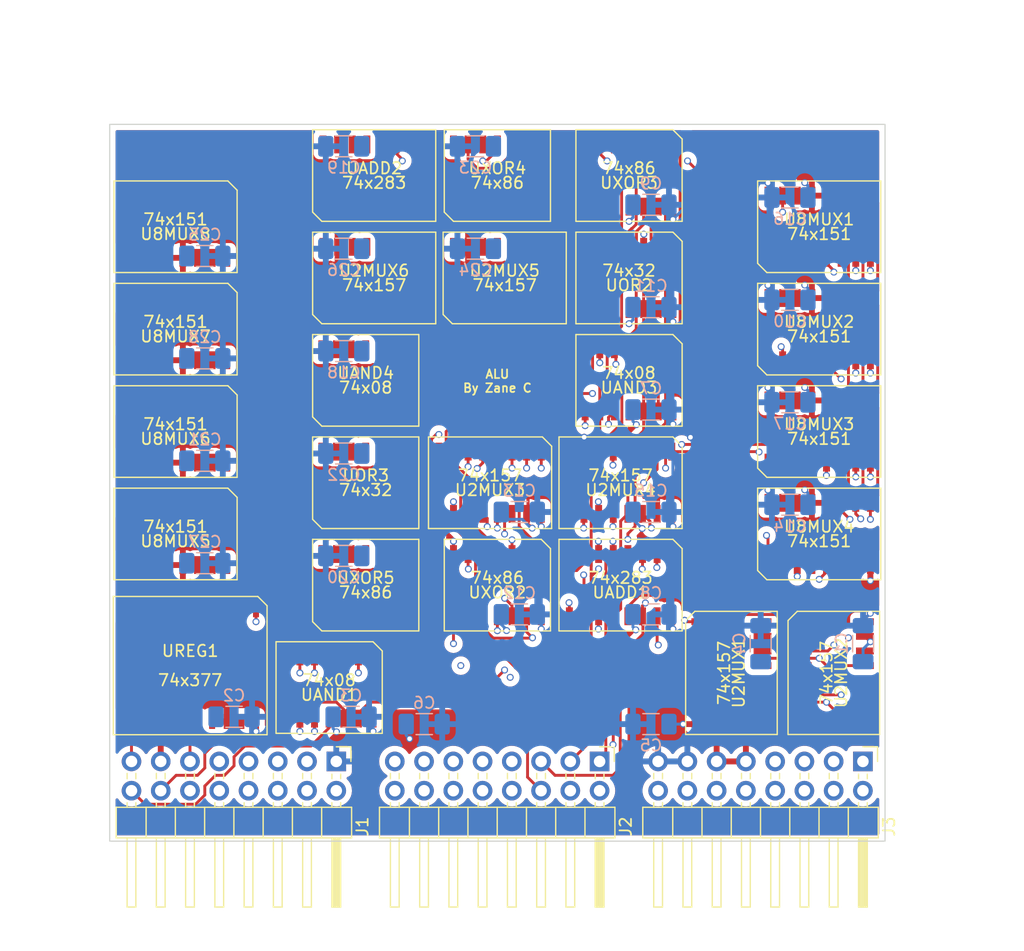
<source format=kicad_pcb>
(kicad_pcb (version 20211014) (generator pcbnew)
  (layers (0 "F.Cu" signal) (1 "In1.Cu" signal) (2 "In2.Cu" signal) (31 "B.Cu" signal) (34 "B.Paste" user) (35 "F.Paste" user) (36 "B.SilkS" user "B.Silkscreen") (37 "F.SilkS" user "F.Silkscreen") (38 "B.Mask" user) (39 "F.Mask" user) (44 "Edge.Cuts" user))
  (net 0 "")
  (net 1 "VCC")
  (net 2 "GND")
  (net 3 "/IN_ACC0")
  (net 4 "/IN_REGDATA0")
  (net 5 "/~{CARRY_WE}")
  (net 6 "/IN_REGDATA1")
  (net 7 "/IN_ACC2")
  (net 8 "/IN_REGDATA2")
  (net 9 "/IN_ACC3")
  (net 10 "/IN_REGDATA3")
  (net 12 "/IN_REGDATA4")
  (net 14 "/IN_REGDATA5")
  (net 16 "/IN_REGDATA6")
  (net 18 "/IN_REGDATA7")
  (net 19 "/IN_OPCODE0")
  (net 20 "/OUT_RESULT0")
  (net 21 "/IN_OPCODE1")
  (net 22 "/OUT_RESULT1")
  (net 24 "/OUT_RESULT2")
  (net 25 "/IN_OPCODE3")
  (net 26 "/OUT_RESULT3")
  (net 27 "/IN_IMMEDIATE0")
  (net 28 "/OUT_RESULT4")
  (net 29 "/IN_IMMEDIATE1")
  (net 30 "/OUT_RESULT5")
  (net 31 "/IN_IMMEDIATE2")
  (net 32 "/OUT_RESULT6")
  (net 33 "/IN_IMMEDIATE3")
  (net 34 "/OUT_RESULT7")
  (net 35 "/CLK")
  (net 36 "/OUT_CARRY")
  (net 37 "/OUT_RX_ID0")
  (net 38 "/OUT_RX_ID1")
  (net 39 "/OUT_RX_ID2")
  (net 40 "/OUT_RX_ID3")
  (net 41 "/lower/OPERANDB0")
  (net 42 "/lower/OP3_BIT0")
  (net 43 "/lower/OPERANDB1")
  (net 44 "/lower/OPERANDB2")
  (net 45 "/IN_ACC4")
  (net 46 "/lower/OPERANDB3")
  (net 47 "/lower/OP5_BIT0")
  (net 48 "/lower/OP0_BIT1")
  (net 49 "/lower/OP4_BIT0")
  (net 50 "/lower/OP0_BIT0")
  (net 51 "/lower/OP3_BIT1")
  (net 53 "/lower/OP0_BIT3")
  (net 54 "/lower/OP5_BIT1")
  (net 55 "/lower/OP0_BIT2")
  (net 56 "/lower/OP4_BIT1")
  (net 57 "/lower/OP3_BIT2")
  (net 58 "/lower/OP2_BIT0")
  (net 59 "/lower/OP5_BIT2")
  (net 61 "/lower/OP4_BIT2")
  (net 62 "/lower/OP3_BIT3")
  (net 63 "/lower/OP5_BIT3")
  (net 64 "/lower/OP4_BIT3")
  (net 65 "/lower/OP2_BIT1")
  (net 66 "/upper/OP4_BIT0")
  (net 68 "/upper/OP4_BIT1")
  (net 69 "/upper/OP4_BIT2")
  (net 70 "/upper/OP4_BIT3")
  (net 71 "/lower/OP2_BIT2")
  (net 72 "/upper/OP5_BIT0")
  (net 73 "Net-(UADD1-Pad2)")
  (net 74 "/upper/OP5_BIT1")
  (net 75 "/upper/OP5_BIT2")
  (net 76 "/upper/OP5_BIT3")
  (net 77 "/lower/OP2_BIT3")
  (net 78 "/upper/OP3_BIT0")
  (net 79 "Net-(UADD1-Pad6)")
  (net 80 "/upper/OP3_BIT1")
  (net 81 "/upper/OP3_BIT2")
  (net 82 "/IN_ACC1")
  (net 83 "/IN_ACC5")
  (net 84 "Net-(UADD1-Pad11)")
  (net 85 "/CHANGEOUT")
  (net 86 "Net-(UADD1-Pad15)")
  (net 87 "Net-(UADD2-Pad2)")
  (net 88 "Net-(UADD2-Pad6)")
  (net 89 "/SWAP_NIBBLES")
  (net 90 "/upper/CARRY_OUT")
  (net 91 "/PRESWAPPED0")
  (net 92 "/PRESWAPPED4")
  (net 93 "/PRESWAPPED1")
  (net 94 "/PRESWAPPED5")
  (net 95 "/PRESWAPPED6")
  (net 96 "/PRESWAPPED2")
  (net 97 "/PRESWAPPED7")
  (net 98 "/PRESWAPPED3")
  (net 99 "/upper/OP3_BIT3")
  (net 100 "Net-(UADD2-Pad11)")
  (net 101 "/IN_ACC6")
  (net 102 "/IN_ACC7")
  (net 103 "/IN_OPCODE2")
  (net 104 "/upper/OPERANDB0")
  (net 105 "Net-(UADD2-Pad15)")
  (net 106 "/upper/OPERANDB1")
  (net 107 "/upper/OPERANDB2")
  (net 108 "/upper/OPERANDB3")
  (net 109 "/upper/OP0_BIT1")
  (net 110 "/upper/OP0_BIT0")
  (net 111 "/upper/OP0_BIT3")
  (net 112 "/upper/OP0_BIT2")
  (net 113 "/upper/OP2_BIT0")
  (net 114 "/upper/OP2_BIT1")
  (net 115 "/upper/OP2_BIT2")
  (net 116 "/upper/OP2_BIT3")
  (net 117 "/CARRY_BETWEEN")
  (footprint "000custom:D_R-PDSO-G14" (layer "F.Cu") (at 107.95 124.46)
    (fp_text reference "UOR3")
    (fp_text value "74x32")
  )
  (footprint "000custom:D_R-PDSO-G16" (layer "F.Cu") (at 91.44 128.905 180)
    (fp_text reference "U8MUX5")
    (fp_text value "74x151")
  )
  (footprint "Connector_PinHeader_2.54mm:PinHeader_2x08_P2.54mm_Horizontal" (layer "F.Cu") (at 151.115 148.655 -90)
    (fp_text reference "J3")
    (fp_text value "connector_2x8")
  )
  (footprint "000custom:D_R-PDSO-G16" (layer "F.Cu") (at 118.745 124.46 180)
    (fp_text reference "U2MUX3")
    (fp_text value "74x157")
  )
  (footprint "000custom:ON-SOIC20-WB" (layer "F.Cu") (at 92.71 140.335 180)
    (fp_text reference "UREG1")
    (fp_text value "74x377")
  )
  (footprint "000custom:D_R-PDSO-G16" (layer "F.Cu") (at 91.44 111.125 180)
    (fp_text reference "U8MUX7")
    (fp_text value "74x151")
  )
  (footprint "000custom:D_R-PDSO-G16" (layer "F.Cu") (at 108.685 106.68)
    (fp_text reference "U2MUX6")
    (fp_text value "74x157")
  )
  (footprint "000custom:D_R-PDSO-G14" (layer "F.Cu") (at 130.81 115.57 180)
    (fp_text reference "UAND3")
    (fp_text value "74x08")
  )
  (footprint "Connector_PinHeader_2.54mm:PinHeader_2x08_P2.54mm_Horizontal" (layer "F.Cu") (at 105.395 148.655 -90)
    (fp_text reference "J1")
    (fp_text value "connector_2x8")
  )
  (footprint "000custom:D_R-PDSO-G16" (layer "F.Cu") (at 147.32 102.235)
    (fp_text reference "U8MUX1")
    (fp_text value "74x151")
  )
  (footprint "000custom:D_R-PDSO-G14" (layer "F.Cu") (at 107.95 133.35)
    (fp_text reference "UXOR5")
    (fp_text value "74x86")
  )
  (footprint "000custom:D_R-PDSO-G16" (layer "F.Cu") (at 130.075 133.35 180)
    (fp_text reference "UADD1")
    (fp_text value "74x283")
  )
  (footprint "000custom:D_R-PDSO-G16" (layer "F.Cu") (at 148.59 140.97 -90)
    (fp_text reference "U2MUX2")
    (fp_text value "74x157")
  )
  (footprint "000custom:D_R-PDSO-G16" (layer "F.Cu") (at 91.44 120.015 180)
    (fp_text reference "U8MUX6")
    (fp_text value "74x151")
  )
  (footprint "000custom:D_R-PDSO-G14" (layer "F.Cu") (at 130.81 106.68 180)
    (fp_text reference "UOR2")
    (fp_text value "74x32")
  )
  (footprint "Connector_PinHeader_2.54mm:PinHeader_2x08_P2.54mm_Horizontal" (layer "F.Cu") (at 128.255 148.655 -90)
    (fp_text reference "J2")
    (fp_text value "connector_2x8")
  )
  (footprint "000custom:D_R-PDSO-G14" (layer "F.Cu") (at 119.38 133.35 180)
    (fp_text reference "UXOR2")
    (fp_text value "74x86")
  )
  (footprint "000custom:D_R-PDSO-G16" (layer "F.Cu") (at 120.015 106.68)
    (fp_text reference "U2MUX5")
    (fp_text value "74x157")
  )
  (footprint "000custom:D_R-PDSO-G16" (layer "F.Cu") (at 139.7 140.97 -90)
    (fp_text reference "U2MUX1")
    (fp_text value "74x157")
  )
  (footprint "000custom:D_R-PDSO-G16" (layer "F.Cu") (at 147.32 128.905)
    (fp_text reference "U8MUX4")
    (fp_text value "74x151")
  )
  (footprint "000custom:D_R-PDSO-G16" (layer "F.Cu") (at 130.075 124.46 180)
    (fp_text reference "U2MUX4")
    (fp_text value "74x157")
  )
  (footprint "000custom:D_R-PDSO-G16" (layer "F.Cu") (at 147.32 111.125)
    (fp_text reference "U8MUX2")
    (fp_text value "74x151")
  )
  (footprint "000custom:D_R-PDSO-G14" (layer "F.Cu") (at 119.38 97.79)
    (fp_text reference "UXOR4")
    (fp_text value "74x86")
  )
  (footprint "000custom:D_R-PDSO-G14" (layer "F.Cu") (at 130.81 97.79 180)
    (fp_text reference "UXOR3")
    (fp_text value "74x86")
  )
  (footprint "000custom:D_R-PDSO-G14" (layer "F.Cu") (at 107.95 115.57)
    (fp_text reference "UAND4")
    (fp_text value "74x08")
  )
  (footprint "000custom:D_R-PDSO-G16" (layer "F.Cu") (at 108.685 97.79)
    (fp_text reference "UADD2")
    (fp_text value "74x283")
  )
  (footprint "000custom:D_R-PDSO-G16" (layer "F.Cu") (at 91.44 102.235 180)
    (fp_text reference "U8MUX8")
    (fp_text value "74x151")
  )
  (footprint "000custom:D_R-PDSO-G16" (layer "F.Cu") (at 147.32 120.015)
    (fp_text reference "U8MUX3")
    (fp_text value "74x151")
  )
  (footprint "000custom:D_R-PDSO-G14" (layer "F.Cu") (at 104.775 142.24 180)
    (fp_text reference "UAND1")
    (fp_text value "74x08")
  )
  (footprint "Capacitor_SMD:C_1206_3216Metric_Pad1.33x1.80mm_HandSolder" (layer "B.Cu") (at 93.98 104.775 180)
    (fp_text reference "C25")
    (fp_text value ".1uF")
  )
  (footprint "Capacitor_SMD:C_1206_3216Metric_Pad1.33x1.80mm_HandSolder" (layer "B.Cu") (at 93.98 131.445 180)
    (fp_text reference "C27")
    (fp_text value ".1uF")
  )
  (footprint "Capacitor_SMD:C_1206_3216Metric_Pad1.33x1.80mm_HandSolder" (layer "B.Cu") (at 144.78 126.365)
    (fp_text reference "C14")
    (fp_text value ".1uF")
  )
  (footprint "Capacitor_SMD:C_1206_3216Metric_Pad1.33x1.80mm_HandSolder" (layer "B.Cu") (at 117.475 95.25)
    (fp_text reference "C23")
    (fp_text value ".1uF")
  )
  (footprint "Capacitor_SMD:C_1206_3216Metric_Pad1.33x1.80mm_HandSolder" (layer "B.Cu") (at 132.715 145.415)
    (fp_text reference "C5")
    (fp_text value ".1uF")
  )
  (footprint "Capacitor_SMD:C_1206_3216Metric_Pad1.33x1.80mm_HandSolder" (layer "B.Cu") (at 121.285 135.89 180)
    (fp_text reference "C12")
    (fp_text value ".1uF")
  )
  (footprint "Capacitor_SMD:C_1206_3216Metric_Pad1.33x1.80mm_HandSolder" (layer "B.Cu") (at 93.98 113.665 180)
    (fp_text reference "C28")
    (fp_text value ".1uF")
  )
  (footprint "Capacitor_SMD:C_1206_3216Metric_Pad1.33x1.80mm_HandSolder" (layer "B.Cu") (at 132.715 109.22 180)
    (fp_text reference "C11")
    (fp_text value ".1uF")
  )
  (footprint "Capacitor_SMD:C_1206_3216Metric_Pad1.33x1.80mm_HandSolder" (layer "B.Cu") (at 117.475 104.14)
    (fp_text reference "C24")
    (fp_text value ".1uF")
  )
  (footprint "Capacitor_SMD:C_1206_3216Metric_Pad1.33x1.80mm_HandSolder" (layer "B.Cu") (at 106.68 144.78 180)
    (fp_text reference "C3")
    (fp_text value ".1uF")
  )
  (footprint "Capacitor_SMD:C_1206_3216Metric_Pad1.33x1.80mm_HandSolder" (layer "B.Cu") (at 106.045 113.03)
    (fp_text reference "C18")
    (fp_text value ".1uF")
  )
  (footprint "Capacitor_SMD:C_1206_3216Metric_Pad1.33x1.80mm_HandSolder" (layer "B.Cu") (at 142.24 138.43 -90)
    (fp_text reference "C4")
    (fp_text value ".1uF")
  )
  (footprint "Capacitor_SMD:C_1206_3216Metric_Pad1.33x1.80mm_HandSolder" (layer "B.Cu") (at 132.715 127 180)
    (fp_text reference "C15")
    (fp_text value ".1uF")
  )
  (footprint "Capacitor_SMD:C_1206_3216Metric_Pad1.33x1.80mm_HandSolder" (layer "B.Cu") (at 132.715 135.89 180)
    (fp_text reference "C8")
    (fp_text value ".1uF")
  )
  (footprint "Capacitor_SMD:C_1206_3216Metric_Pad1.33x1.80mm_HandSolder" (layer "B.Cu") (at 144.78 99.695)
    (fp_text reference "C16")
    (fp_text value ".1uF")
  )
  (footprint "Capacitor_SMD:C_1206_3216Metric_Pad1.33x1.80mm_HandSolder" (layer "B.Cu") (at 132.715 118.11 180)
    (fp_text reference "C7")
    (fp_text value ".1uF")
  )
  (footprint "Capacitor_SMD:C_1206_3216Metric_Pad1.33x1.80mm_HandSolder" (layer "B.Cu") (at 96.52 144.78 180)
    (fp_text reference "C2")
    (fp_text value ".1uF")
  )
  (footprint "Capacitor_SMD:C_1206_3216Metric_Pad1.33x1.80mm_HandSolder" (layer "B.Cu") (at 106.045 95.25)
    (fp_text reference "C19")
    (fp_text value ".1uF")
  )
  (footprint "Capacitor_SMD:C_1206_3216Metric_Pad1.33x1.80mm_HandSolder" (layer "B.Cu") (at 121.285 127 180)
    (fp_text reference "C13")
    (fp_text value ".1uF")
  )
  (footprint "Capacitor_SMD:C_1206_3216Metric_Pad1.33x1.80mm_HandSolder" (layer "B.Cu") (at 144.78 108.585)
    (fp_text reference "C10")
    (fp_text value ".1uF")
  )
  (footprint "Capacitor_SMD:C_1206_3216Metric_Pad1.33x1.80mm_HandSolder" (layer "B.Cu") (at 106.045 104.14)
    (fp_text reference "C26")
    (fp_text value ".1uF")
  )
  (footprint "Capacitor_SMD:C_1206_3216Metric_Pad1.33x1.80mm_HandSolder" (layer "B.Cu") (at 106.045 121.92)
    (fp_text reference "C22")
    (fp_text value ".1uF")
  )
  (footprint "Capacitor_SMD:C_1206_3216Metric_Pad1.33x1.80mm_HandSolder" (layer "B.Cu") (at 151.13 138.43 -90)
    (fp_text reference "C1")
    (fp_text value ".1uF")
  )
  (footprint "Capacitor_SMD:C_1206_3216Metric_Pad1.33x1.80mm_HandSolder" (layer "B.Cu") (at 113.03 145.415 180)
    (fp_text reference "C6")
    (fp_text value ".1uF")
  )
  (footprint "Capacitor_SMD:C_1206_3216Metric_Pad1.33x1.80mm_HandSolder" (layer "B.Cu") (at 132.715 100.33 180)
    (fp_text reference "C9")
    (fp_text value ".1uF")
  )
  (footprint "Capacitor_SMD:C_1206_3216Metric_Pad1.33x1.80mm_HandSolder" (layer "B.Cu") (at 106.045 130.81)
    (fp_text reference "C20")
    (fp_text value ".1uF")
  )
  (footprint "Capacitor_SMD:C_1206_3216Metric_Pad1.33x1.80mm_HandSolder" (layer "B.Cu") (at 93.98 122.555 180)
    (fp_text reference "C21")
    (fp_text value ".1uF")
  )
  (footprint "Capacitor_SMD:C_1206_3216Metric_Pad1.33x1.80mm_HandSolder" (layer "B.Cu") (at 144.78 117.475)
    (fp_text reference "C17")
    (fp_text value ".1uF")
  )
  (gr_rect (start 153.035 155.575) (end 85.725 93.345) (layer "Edge.Cuts") (width 0.1) (fill none))
  (gr_text "ALU\nBy Zane C\n\n\n" (at 119.38 116.84) (layer "F.SilkS") (effects (font (size 0.75 0.75))))
  (segment (start 142.875 107.315) (end 142.875 108.425) (width 0.25) (layer "F.Cu") (net 1))
  (segment (start 134.52 137.06) (end 134.62 137.16) (width 0.25) (layer "F.Cu") (net 1))
  (segment (start 134.62 128.27) (end 134.62 127.26) (width 0.25) (layer "F.Cu") (net 1))
  (segment (start 142.875 99.535) (end 142.875 98.425) (width 0.25) (layer "F.Cu") (net 1))
  (segment (start 134.62 127.26) (end 134.52 127.16) (width 0.25) (layer "F.Cu") (net 1))
  (segment (start 134.62 118.27) (end 134.62 119.38) (width 0.25) (layer "F.Cu") (net 1))
  (segment (start 134.52 136.05) (end 134.52 137.06) (width 0.25) (layer "F.Cu") (net 1))
  (segment (start 98.425 145.185) (end 98.425 146.05) (width 0.25) (layer "F.Cu") (net 1))
  (segment (start 151.7545 135.788568) (end 151.29 136.253068) (width 0.25) (layer "F.Cu") (net 1))
  (segment (start 134.62 109.38) (end 134.62 110.49) (width 0.25) (layer "F.Cu") (net 1))
  (segment (start 142.875 126.205) (end 142.875 125.095) (width 0.25) (layer "F.Cu") (net 1))
  (segment (start 123.19 128.27) (end 123.19 127.16) (width 0.25) (layer "F.Cu") (net 1))
  (segment (start 108.585 144.94) (end 108.585 146.05) (width 0.25) (layer "F.Cu") (net 1))
  (segment (start 142.875 117.315) (end 142.875 116.205) (width 0.25) (layer "F.Cu") (net 1))
  (segment (start 123.19 136.05) (end 123.19 137.16) (width 0.25) (layer "F.Cu") (net 1))
  (segment (start 134.62 100.49) (end 134.62 101.6) (width 0.25) (layer "F.Cu") (net 1))
  (segment (start 151.29 136.253068) (end 151.29 136.525) (width 0.25) (layer "F.Cu") (net 1))
  (via (at 134.62 101.6) (size 0.6) (drill 0.4) (layers "F.Cu" "B.Cu") (net 1))
  (via (at 151.7545 135.788568) (size 0.6) (drill 0.4) (layers "F.Cu" "B.Cu") (net 1))
  (via (at 108.585 146.05) (size 0.6) (drill 0.4) (layers "F.Cu" "B.Cu") (net 1))
  (via (at 134.62 119.38) (size 0.6) (drill 0.4) (layers "F.Cu" "B.Cu") (net 1))
  (via (at 142.875 125.095) (size 0.6) (drill 0.4) (layers "F.Cu" "B.Cu") (net 1))
  (via (at 123.19 128.27) (size 0.6) (drill 0.4) (layers "F.Cu" "B.Cu") (net 1))
  (via (at 142.875 107.315) (size 0.6) (drill 0.4) (layers "F.Cu" "B.Cu") (net 1))
  (via (at 134.62 110.49) (size 0.6) (drill 0.4) (layers "F.Cu" "B.Cu") (net 1))
  (via (at 142.875 98.425) (size 0.6) (drill 0.4) (layers "F.Cu" "B.Cu") (net 1))
  (via (at 98.425 146.05) (size 0.6) (drill 0.4) (layers "F.Cu" "B.Cu") (net 1))
  (via (at 142.875 116.205) (size 0.6) (drill 0.4) (layers "F.Cu" "B.Cu") (net 1))
  (via (at 123.19 137.16) (size 0.6) (drill 0.4) (layers "F.Cu" "B.Cu") (net 1))
  (via (at 134.62 128.27) (size 0.6) (drill 0.4) (layers "F.Cu" "B.Cu") (net 1))
  (via (at 134.62 137.16) (size 0.6) (drill 0.4) (layers "F.Cu" "B.Cu") (net 1))
  (segment (start 134.62 118.4525) (end 134.2775 118.11) (width 0.25) (layer "B.Cu") (net 1))
  (segment (start 142.875 125.095) (end 142.875 126.0225) (width 0.25) (layer "B.Cu") (net 1))
  (segment (start 151.7545 135.788568) (end 151.13 136.413068) (width 0.25) (layer "B.Cu") (net 1))
  (segment (start 142.875 126.0225) (end 143.2175 126.365) (width 0.25) (layer "B.Cu") (net 1))
  (segment (start 108.585 146.05) (end 108.585 145.1225) (width 0.25) (layer "B.Cu") (net 1))
  (segment (start 142.875 116.205) (end 142.875 125.095) (width 0.25) (layer "B.Cu") (net 1))
  (segment (start 108.585 145.1225) (end 108.2425 144.78) (width 0.25) (layer "B.Cu") (net 1))
  (segment (start 134.62 110.49) (end 134.62 101.6) (width 0.25) (layer "B.Cu") (net 1))
  (segment (start 151.13 136.413068) (end 151.13 136.8675) (width 0.25) (layer "B.Cu") (net 1))
  (segment (start 134.62 137.16) (end 134.62 136.2325) (width 0.25) (layer "B.Cu") (net 1))
  (segment (start 142.875 107.315) (end 142.875 116.205) (width 0.25) (layer "B.Cu") (net 1))
  (segment (start 123.19 137.16) (end 123.19 136.2325) (width 0.25) (layer "B.Cu") (net 1))
  (segment (start 134.62 119.38) (end 134.62 110.49) (width 0.25) (layer "B.Cu") (net 1))
  (segment (start 122.8475 127) (end 122.8475 127.9275) (width 0.25) (layer "B.Cu") (net 1))
  (segment (start 142.875 116.205) (end 142.875 117.1325) (width 0.25) (layer "B.Cu") (net 1))
  (segment (start 134.62 128.27) (end 134.62 119.38) (width 0.25) (layer "B.Cu") (net 1))
  (segment (start 134.2775 127) (end 134.2775 127.9275) (width 0.25) (layer "B.Cu") (net 1))
  (segment (start 134.62 109.5625) (end 134.62 110.49) (width 0.25) (layer "B.Cu") (net 1))
  (segment (start 134.62 137.16) (end 134.62 128.27) (width 0.25) (layer "B.Cu") (net 1))
  (segment (start 134.62 101.6) (end 134.62 100.6725) (width 0.25) (layer "B.Cu") (net 1))
  (segment (start 123.19 137.16) (end 123.19 128.27) (width 0.25) (layer "B.Cu") (net 1))
  (segment (start 134.62 100.6725) (end 134.2775 100.33) (width 0.25) (layer "B.Cu") (net 1))
  (segment (start 142.875 108.2425) (end 143.2175 108.585) (width 0.25) (layer "B.Cu") (net 1))
  (segment (start 122.8475 127.9275) (end 123.19 128.27) (width 0.25) (layer "B.Cu") (net 1))
  (segment (start 134.2775 127.9275) (end 134.62 128.27) (width 0.25) (layer "B.Cu") (net 1))
  (segment (start 134.62 101.6) (end 137.795 98.425) (width 0.25) (layer "B.Cu") (net 1))
  (segment (start 98.425 145.1225) (end 98.0825 144.78) (width 0.25) (layer "B.Cu") (net 1))
  (segment (start 137.795 98.425) (end 142.875 98.425) (width 0.25) (layer "B.Cu") (net 1))
  (segment (start 142.875 98.425) (end 142.875 107.315) (width 0.25) (layer "B.Cu") (net 1))
  (segment (start 142.875 98.425) (end 142.875 99.3525) (width 0.25) (layer "B.Cu") (net 1))
  (segment (start 123.19 136.2325) (end 122.8475 135.89) (width 0.25) (layer "B.Cu") (net 1))
  (segment (start 142.875 99.3525) (end 143.2175 99.695) (width 0.25) (layer "B.Cu") (net 1))
  (segment (start 142.875 107.315) (end 142.875 108.2425) (width 0.25) (layer "B.Cu") (net 1))
  (segment (start 142.875 117.1325) (end 143.2175 117.475) (width 0.25) (layer "B.Cu") (net 1))
  (segment (start 98.425 146.05) (end 98.425 145.1225) (width 0.25) (layer "B.Cu") (net 1))
  (segment (start 134.62 136.2325) (end 134.2775 135.89) (width 0.25) (layer "B.Cu") (net 1))
  (segment (start 134.62 119.38) (end 134.62 118.4525) (width 0.25) (layer "B.Cu") (net 1))
  (segment (start 134.2775 109.22) (end 134.62 109.5625) (width 0.25) (layer "B.Cu") (net 1))
  (segment (start 150.495 131.605) (end 151.765 131.605) (width 0.25) (layer "F.Cu") (net 2))
  (segment (start 151.765 104.935) (end 151.765 106.045) (width 0.25) (layer "F.Cu") (net 2))
  (segment (start 121.92 127.16) (end 121.92 127.920062) (width 0.25) (layer "F.Cu") (net 2))
  (segment (start 146.685 126.205) (end 146.685 125.693598) (width 0.25) (layer "F.Cu") (net 2))
  (segment (start 151.765 132.969) (end 151.765 131.605) (width 0.25) (layer "F.Cu") (net 2))
  (segment (start 151.765 122.715) (end 151.765 123.952) (width 0.25) (layer "F.Cu") (net 2))
  (segment (start 150.495 113.825) (end 150.495 114.935) (width 0.25) (layer "F.Cu") (net 2))
  (segment (start 115.57 130.65) (end 115.57 129.54) (width 0.25) (layer "F.Cu") (net 2))
  (segment (start 150.495 104.935) (end 150.495 106.045) (width 0.25) (layer "F.Cu") (net 2))
  (segment (start 147.955 108.425) (end 146.685 108.425) (width 0.25) (layer "F.Cu") (net 2))
  (segment (start 146.685 99.023598) (end 146.068201 98.406799) (width 0.25) (layer "F.Cu") (net 2))
  (segment (start 146.685 125.693598) (end 146.068201 125.076799) (width 0.25) (layer "F.Cu") (net 2))
  (segment (start 147.955 126.205) (end 146.685 126.205) (width 0.25) (layer "F.Cu") (net 2))
  (segment (start 121.92 127.920062) (end 122.401375 128.401437) (width 0.25) (layer "F.Cu") (net 2))
  (segment (start 151.765 138.265498) (end 151.760498 138.265498) (width 0.25) (layer "F.Cu") (net 2))
  (segment (start 146.685 99.535) (end 146.685 99.023598) (width 0.25) (layer "F.Cu") (net 2))
  (segment (start 147.955 99.535) (end 146.685 99.535) (width 0.25) (layer "F.Cu") (net 2))
  (segment (start 150.495 122.715) (end 150.495 123.952) (width 0.25) (layer "F.Cu") (net 2))
  (segment (start 151.760498 138.265498) (end 151.29 137.795) (width 0.25) (layer "F.Cu") (net 2))
  (segment (start 151.765 113.825) (end 151.765 114.935) (width 0.25) (layer "F.Cu") (net 2))
  (via (at 146.068201 107.296799) (size 0.6) (drill 0.4) (layers "F.Cu" "B.Cu") (net 2))
  (via (at 120.179445 137.294481) (size 0.6) (drill 0.4) (layers "F.Cu" "B.Cu") (net 2))
  (via (at 151.765 123.952) (size 0.6) (drill 0.4) (layers "F.Cu" "B.Cu") (net 2))
  (via (at 151.765 114.935) (size 0.6) (drill 0.4) (layers "F.Cu" "B.Cu") (net 2))
  (via (at 151.765 138.265498) (size 0.6) (drill 0.4) (layers "F.Cu" "B.Cu") (net 2))
  (via (at 130.81 110.654502) (size 0.6) (drill 0.4) (layers "F.Cu" "B.Cu") (net 2))
  (via (at 150.495 123.952) (size 0.6) (drill 0.4) (layers "F.Cu" "B.Cu") (net 2))
  (via (at 150.495 106.045) (size 0.6) (drill 0.4) (layers "F.Cu" "B.Cu") (net 2))
  (via (at 130.81 101.764502) (size 0.6) (drill 0.4) (layers "F.Cu" "B.Cu") (net 2))
  (via (at 146.068201 116.186799) (size 0.6) (drill 0.4) (layers "F.Cu" "B.Cu") (net 2))
  (via (at 131.393145 137.233921) (size 0.6) (drill 0.4) (layers "F.Cu" "B.Cu") (net 2))
  (via (at 131.443519 119.416842) (size 0.6) (drill 0.4) (layers "F.Cu" "B.Cu") (net 2))
  (via (at 146.068201 125.076799) (size 0.6) (drill 0.4) (layers "F.Cu" "B.Cu") (net 2))
  (via (at 151.765 106.045) (size 0.6) (drill 0.4) (layers "F.Cu" "B.Cu") (net 2))
  (via (at 151.765 132.969) (size 0.6) (drill 0.4) (layers "F.Cu" "B.Cu") (net 2))
  (via (at 150.495 114.935) (size 0.6) (drill 0.4) (layers "F.Cu" "B.Cu") (net 2))
  (via (at 105.411481 146.086842) (size 0.6) (drill 0.4) (layers "F.Cu" "B.Cu") (net 2))
  (via (at 111.76 146.685) (size 0.6) (drill 0.4) (layers "F.Cu" "B.Cu") (net 2))
  (via (at 115.57 129.54) (size 0.6) (drill 0.4) (layers "F.Cu" "B.Cu") (net 2))
  (via (at 135.509 145.415) (size 0.6) (drill 0.4) (layers "F.Cu" "B.Cu") (net 2))
  (via (at 146.068201 98.406799) (size 0.6) (drill 0.4) (layers "F.Cu" "B.Cu") (net 2))
  (via (at 131.953 128.434502) (size 0.6) (drill 0.4) (layers "F.Cu" "B.Cu") (net 2))
  (via (at 122.401375 128.401437) (size 0.6) (drill 0.4) (layers "F.Cu" "B.Cu") (net 2))
  (segment (start 146.3425 108.585) (end 146.3425 107.571098) (width 0.25) (layer "B.Cu") (net 2))
  (segment (start 146.3425 116.461098) (end 146.068201 116.186799) (width 0.25) (layer "B.Cu") (net 2))
  (segment (start 120.005 137.120036) (end 120.005 137.045206) (width 0.25) (layer "B.Cu") (net 2))
  (segment (start 131.1525 127.634002) (end 131.1525 127) (width 0.25) (layer "B.Cu") (net 2))
  (segment (start 111.4675 146.3925) (end 111.76 146.685) (width 0.25) (layer "B.Cu") (net 2))
  (segment (start 111.4675 145.415) (end 111.4675 146.3925) (width 0.25) (layer "B.Cu") (net 2))
  (segment (start 131.1525 136.993276) (end 131.393145 137.233921) (width 0.25) (layer "B.Cu") (net 2))
  (segment (start 151.13 138.900498) (end 151.13 139.9925) (width 0.25) (layer "B.Cu") (net 2))
  (segment (start 146.3425 98.681098) (end 146.068201 98.406799) (width 0.25) (layer "B.Cu") (net 2))
  (segment (start 131.1525 110.312002) (end 131.1525 109.22) (width 0.25) (layer "B.Cu") (net 2))
  (segment (start 134.2775 145.415) (end 135.509 145.415) (width 0.25) (layer "B.Cu") (net 2))
  (segment (start 122.401375 128.401437) (end 122.305437 128.401437) (width 0.25) (layer "B.Cu") (net 2))
  (segment (start 122.305437 128.401437) (end 121.539 127.635) (width 0.25) (layer "B.Cu") (net 2))
  (segment (start 131.1525 119.125823) (end 131.443519 119.416842) (width 0.25) (layer "B.Cu") (net 2))
  (segment (start 130.81 110.654502) (end 131.1525 110.312002) (width 0.25) (layer "B.Cu") (net 2))
  (segment (start 120.3575 127.635) (end 119.7225 127) (width 0.25) (layer "B.Cu") (net 2))
  (segment (start 146.3425 107.571098) (end 146.068201 107.296799) (width 0.25) (layer "B.Cu") (net 2))
  (segment (start 120.005 137.045206) (end 119.7225 136.762706) (width 0.25) (layer "B.Cu") (net 2))
  (segment (start 146.3425 126.365) (end 146.3425 125.351098) (width 0.25) (layer "B.Cu") (net 2))
  (segment (start 146.3425 125.351098) (end 146.068201 125.076799) (width 0.25) (layer "B.Cu") (net 2))
  (segment (start 105.1175 145.792861) (end 105.411481 146.086842) (width 0.25) (layer "B.Cu") (net 2))
  (segment (start 131.953 128.434502) (end 131.1525 127.634002) (width 0.25) (layer "B.Cu") (net 2))
  (segment (start 146.3425 117.475) (end 146.3425 116.461098) (width 0.25) (layer "B.Cu") (net 2))
  (segment (start 131.1525 135.89) (end 131.1525 136.993276) (width 0.25) (layer "B.Cu") (net 2))
  (segment (start 121.539 127.635) (end 120.3575 127.635) (width 0.25) (layer "B.Cu") (net 2))
  (segment (start 120.179445 137.294481) (end 120.005 137.120036) (width 0.25) (layer "B.Cu") (net 2))
  (segment (start 146.3425 99.695) (end 146.3425 98.681098) (width 0.25) (layer "B.Cu") (net 2))
  (segment (start 131.1525 118.11) (end 131.1525 119.125823) (width 0.25) (layer "B.Cu") (net 2))
  (segment (start 105.1175 144.78) (end 105.1175 145.792861) (width 0.25) (layer "B.Cu") (net 2))
  (segment (start 151.765 138.265498) (end 151.13 138.900498) (width 0.25) (layer "B.Cu") (net 2))
  (segment (start 131.1525 101.422002) (end 131.1525 100.33) (width 0.25) (layer "B.Cu") (net 2))
  (segment (start 130.81 101.764502) (end 131.1525 101.422002) (width 0.25) (layer "B.Cu") (net 2))
  (segment (start 119.7225 136.762706) (end 119.7225 135.89) (width 0.25) (layer "B.Cu") (net 2))
  (segment (start 135.245 103.355) (end 134.62 103.98) (width 0.25) (layer "F.Cu") (net 3))
  (segment (start 130.7095 128.8855) (end 131.335 128.26) (width 0.25) (layer "F.Cu") (net 3))
  (segment (start 135.245 95.715) (end 135.245 103.355) (width 0.25) (layer "F.Cu") (net 3))
  (segment (start 129.44 130.65) (end 128.795 131.295) (width 0.25) (layer "F.Cu") (net 3))
  (segment (start 131.98 123.29) (end 131.98 121.76) (width 0.25) (layer "F.Cu") (net 3))
  (segment (start 134.62 112.87) (end 134.62 115.189) (width 0.25) (layer "F.Cu") (net 3))
  (segment (start 133.985 119.28) (end 131.98 121.285) (width 0.25) (layer "F.Cu") (net 3))
  (segment (start 135.245 112.245) (end 134.62 112.87) (width 0.25) (layer "F.Cu") (net 3))
  (segment (start 134.62 115.189) (end 133.985 115.824) (width 0.25) (layer "F.Cu") (net 3))
  (segment (start 133.985 115.824) (end 133.985 119.28) (width 0.25) (layer "F.Cu") (net 3))
  (segment (start 131.335 128.26) (end 131.335 123.935) (width 0.25) (layer "F.Cu") (net 3))
  (segment (start 130.7095 129.375498) (end 130.7095 128.8855) (width 0.25) (layer "F.Cu") (net 3))
  (segment (start 134.62 95.09) (end 135.245 95.715) (width 0.25) (layer "F.Cu") (net 3))
  (segment (start 128.795 148.115) (end 128.255 148.655) (width 0.25) (layer "F.Cu") (net 3))
  (segment (start 134.62 103.98) (end 135.245 104.605) (width 0.25) (layer "F.Cu") (net 3))
  (segment (start 131.335 123.935) (end 131.98 123.29) (width 0.25) (layer "F.Cu") (net 3))
  (segment (start 129.44 129.567) (end 129.44 130.65) (width 0.25) (layer "F.Cu") (net 3))
  (segment (start 129.413 129.54) (end 129.44 129.567) (width 0.25) (layer "F.Cu") (net 3))
  (segment (start 131.98 121.285) (end 131.98 121.76) (width 0.25) (layer "F.Cu") (net 3))
  (segment (start 128.795 131.295) (end 128.795 148.115) (width 0.25) (layer "F.Cu") (net 3))
  (segment (start 135.245 104.605) (end 135.245 112.245) (width 0.25) (layer "F.Cu") (net 3))
  (via (at 130.7095 129.375498) (size 0.6) (drill 0.4) (layers "F.Cu" "B.Cu") (net 3))
  (via (at 129.413 129.54) (size 0.6) (drill 0.4) (layers "F.Cu" "B.Cu") (net 3))
  (segment (start 120.65 121.76) (end 120.65 123.19) (width 0.25) (layer "F.Cu") (net 4))
  (segment (start 133.25 123.29) (end 133.25 121.76) (width 0.25) (layer "F.Cu") (net 4))
  (segment (start 132.08 124.46) (end 133.25 123.29) (width 0.25) (layer "F.Cu") (net 4))
  (via (at 120.65 123.19) (size 0.6) (drill 0.4) (layers "F.Cu" "B.Cu") (net 4))
  (via (at 132.08 124.46) (size 0.6) (drill 0.4) (layers "F.Cu" "B.Cu") (net 4))
  (segment (start 98.425 136.525) (end 98.425 135.485) (width 0.25) (layer "F.Cu") (net 5))
  (via (at 98.425 136.525) (size 0.6) (drill 0.4) (layers "F.Cu" "B.Cu") (net 5))
  (segment (start 116.84 121.76) (end 116.84 123.063) (width 0.25) (layer "F.Cu") (net 6))
  (segment (start 129.413 121.787) (end 129.44 121.76) (width 0.25) (layer "F.Cu") (net 6))
  (segment (start 129.413 122.936) (end 129.413 121.787) (width 0.25) (layer "F.Cu") (net 6))
  (via (at 116.84 123.063) (size 0.6) (drill 0.4) (layers "F.Cu" "B.Cu") (net 6))
  (via (at 129.413 122.936) (size 0.6) (drill 0.4) (layers "F.Cu" "B.Cu") (net 6))
  (segment (start 127.525 123.933604) (end 127.525 120.633) (width 0.25) (layer "F.Cu") (net 7))
  (segment (start 128.27 109.38) (end 127.645 110.005) (width 0.25) (layer "F.Cu") (net 7))
  (segment (start 132.018145 137.602855) (end 130.048 139.573) (width 0.25) (layer "F.Cu") (net 7))
  (segment (start 126.9 124.558604) (end 127.525 123.933604) (width 0.25) (layer "F.Cu") (net 7))
  (segment (start 128.27 116.078) (end 128.27 118.27) (width 0.25) (layer "F.Cu") (net 7))
  (segment (start 130.048 149.225) (end 129.413 149.86) (width 0.25) (layer "F.Cu") (net 7))
  (segment (start 128.27 119.888) (end 128.27 118.27) (width 0.25) (layer "F.Cu") (net 7))
  (segment (start 130.048 139.573) (end 130.048 149.225) (width 0.25) (layer "F.Cu") (net 7))
  (segment (start 132.018145 136.844145) (end 132.018145 137.602855) (width 0.25) (layer "F.Cu") (net 7))
  (segment (start 127.645 101.115) (end 127.645 108.755) (width 0.25) (layer "F.Cu") (net 7))
  (segment (start 127.525 120.633) (end 128.27 119.888) (width 0.25) (layer "F.Cu") (net 7))
  (segment (start 132.231164 134.896522) (end 131.98 135.147686) (width 0.25) (layer "F.Cu") (net 7))
  (segment (start 126.9 127.16) (end 126.9 124.558604) (width 0.25) (layer "F.Cu") (net 7))
  (segment (start 128.27 100.49) (end 127.645 101.115) (width 0.25) (layer "F.Cu") (net 7))
  (segment (start 127.645 108.755) (end 128.27 109.38) (width 0.25) (layer "F.Cu") (net 7))
  (segment (start 131.98 136.05) (end 131.98 136.806) (width 0.25) (layer "F.Cu") (net 7))
  (segment (start 129.413 149.86) (end 124.38 149.86) (width 0.25) (layer "F.Cu") (net 7))
  (segment (start 124.38 149.86) (end 123.175 148.655) (width 0.25) (layer "F.Cu") (net 7))
  (segment (start 131.98 136.806) (end 132.018145 136.844145) (width 0.25) (layer "F.Cu") (net 7))
  (segment (start 131.98 135.147686) (end 131.98 136.05) (width 0.25) (layer "F.Cu") (net 7))
  (segment (start 126.873 128.397) (end 126.873 127.187) (width 0.25) (layer "F.Cu") (net 7))
  (segment (start 127.645 110.005) (end 127.645 115.453) (width 0.25) (layer "F.Cu") (net 7))
  (segment (start 126.873 127.187) (end 126.9 127.16) (width 0.25) (layer "F.Cu") (net 7))
  (segment (start 127.645 115.453) (end 128.27 116.078) (width 0.25) (layer "F.Cu") (net 7))
  (via (at 126.873 128.397) (size 0.6) (drill 0.4) (layers "F.Cu" "B.Cu") (net 7))
  (via (at 132.231164 134.896522) (size 0.6) (drill 0.4) (layers "F.Cu" "B.Cu") (net 7))
  (segment (start 117.161604 129.355) (end 117.485 129.678396) (width 0.25) (layer "F.Cu") (net 8))
  (segment (start 116.653604 129.355) (end 117.161604 129.355) (width 0.25) (layer "F.Cu") (net 8))
  (segment (start 115.57 127.16) (end 115.57 128.271396) (width 0.25) (layer "F.Cu") (net 8))
  (segment (start 117.485 129.678396) (end 117.485 137.044396) (width 0.25) (layer "F.Cu") (net 8))
  (segment (start 128.17 127.16) (end 128.17 126.1315) (width 0.25) (layer "F.Cu") (net 8))
  (segment (start 118.841502 138.399502) (end 122 141.558) (width 0.25) (layer "F.Cu") (net 8))
  (segment (start 118.840106 138.399502) (end 118.841502 138.399502) (width 0.25) (layer "F.Cu") (net 8))
  (segment (start 122 150.02) (end 123.175 151.195) (width 0.25) (layer "F.Cu") (net 8))
  (segment (start 115.57 128.271396) (end 116.653604 129.355) (width 0.25) (layer "F.Cu") (net 8))
  (segment (start 115.57 126.111) (end 115.57 127.16) (width 0.25) (layer "F.Cu") (net 8))
  (segment (start 122 141.558) (end 122 150.02) (width 0.25) (layer "F.Cu") (net 8))
  (segment (start 117.485 137.044396) (end 118.840106 138.399502) (width 0.25) (layer "F.Cu") (net 8))
  (segment (start 128.17 126.1315) (end 128.1495 126.111) (width 0.25) (layer "F.Cu") (net 8))
  (via (at 115.57 126.111) (size 0.6) (drill 0.4) (layers "F.Cu" "B.Cu") (net 8))
  (via (at 128.1495 126.111) (size 0.6) (drill 0.4) (layers "F.Cu" "B.Cu") (net 8))
  (segment (start 132.08 118.27) (end 132.08 119.935) (width 0.25) (layer "F.Cu") (net 9))
  (segment (start 130.71 127.16) (end 130.085 127.785) (width 0.25) (layer "F.Cu") (net 9))
  (segment (start 131.445 111.78) (end 131.445 115.062) (width 0.25) (layer "F.Cu") (net 9))
  (segment (start 129.44 147.1725) (end 129.44 136.05) (width 0.25) (layer "F.Cu") (net 9))
  (segment (start 131.355 123.278604) (end 130.71 123.923604) (width 0.25) (layer "F.Cu") (net 9))
  (segment (start 132.08 106.281104) (end 132.08 109.38) (width 0.25) (layer "F.Cu") (net 9))
  (segment (start 132.08 111.145) (end 131.445 111.78) (width 0.25) (layer "F.Cu") (net 9))
  (segment (start 130.085 135.405) (end 129.44 136.05) (width 0.25) (layer "F.Cu") (net 9))
  (segment (start 130.71 123.923604) (end 130.71 127.16) (width 0.25) (layer "F.Cu") (net 9))
  (segment (start 132.08 100.49) (end 132.08 102.014782) (width 0.25) (layer "F.Cu") (net 9))
  (segment (start 131.445 115.062) (end 132.08 115.697) (width 0.25) (layer "F.Cu") (net 9))
  (segment (start 131.455 105.656104) (end 132.08 106.281104) (width 0.25) (layer "F.Cu") (net 9))
  (segment (start 130.085 127.785) (end 130.085 135.405) (width 0.25) (layer "F.Cu") (net 9))
  (segment (start 132.08 109.38) (end 132.08 111.145) (width 0.25) (layer "F.Cu") (net 9))
  (segment (start 132.08 119.935) (end 131.355 120.66) (width 0.25) (layer "F.Cu") (net 9))
  (segment (start 132.08 102.014782) (end 131.455 102.639782) (width 0.25) (layer "F.Cu") (net 9))
  (segment (start 131.355 120.66) (end 131.355 123.278604) (width 0.25) (layer "F.Cu") (net 9))
  (segment (start 131.455 102.639782) (end 131.455 105.656104) (width 0.25) (layer "F.Cu") (net 9))
  (segment (start 129.4195 147.193) (end 129.44 147.1725) (width 0.25) (layer "F.Cu") (net 9))
  (segment (start 132.08 115.697) (end 132.08 118.27) (width 0.25) (layer "F.Cu") (net 9))
  (via (at 129.4195 147.193) (size 0.6) (drill 0.4) (layers "F.Cu" "B.Cu") (net 9))
  (segment (start 132.625 128.266901) (end 132.625 127.805) (width 0.25) (layer "F.Cu") (net 10))
  (segment (start 132.625 127.805) (end 131.98 127.16) (width 0.25) (layer "F.Cu") (net 10))
  (segment (start 119.38 127.16) (end 119.38 128.3995) (width 0.25) (layer "F.Cu") (net 10))
  (segment (start 132.75144 128.393341) (end 132.625 128.266901) (width 0.25) (layer "F.Cu") (net 10))
  (via (at 119.38 128.3995) (size 0.6) (drill 0.4) (layers "F.Cu" "B.Cu") (net 10))
  (via (at 132.75144 128.393341) (size 0.6) (drill 0.4) (layers "F.Cu" "B.Cu") (net 10))
  (segment (start 142.070463 121.76) (end 134.52 121.76) (width 0.25) (layer "F.Cu") (net 19))
  (segment (start 142.099012 121.788549) (end 142.070463 121.76) (width 0.25) (layer "F.Cu") (net 19))
  (segment (start 133.985 122.295) (end 134.52 121.76) (width 0.25) (layer "F.Cu") (net 19))
  (segment (start 133.985 123.19) (end 133.985 122.295) (width 0.25) (layer "F.Cu") (net 19))
  (segment (start 123.19 121.76) (end 123.19 123.19) (width 0.25) (layer "F.Cu") (net 19))
  (via (at 123.19 123.19) (size 0.6) (drill 0.4) (layers "F.Cu" "B.Cu") (net 19))
  (via (at 142.099012 121.788549) (size 0.6) (drill 0.4) (layers "F.Cu" "B.Cu") (net 19))
  (via (at 133.985 123.19) (size 0.6) (drill 0.4) (layers "F.Cu" "B.Cu") (net 19))
  (segment (start 149.86 107.79) (end 149.225 108.425) (width 0.25) (layer "F.Cu") (net 21))
  (segment (start 119.695 99.06) (end 120.65 100.015) (width 0.25) (layer "F.Cu") (net 21))
  (segment (start 116.84 128.905) (end 117.348 128.905) (width 0.25) (layer "F.Cu") (net 21))
  (segment (start 121.92 130.65) (end 121.92 131.125) (width 0.25) (layer "F.Cu") (net 21))
  (segment (start 121.295 131.75) (end 118.755 131.75) (width 0.25) (layer "F.Cu") (net 21))
  (segment (start 117.348 128.905) (end 118.11 129.667) (width 0.25) (layer "F.Cu") (net 21))
  (segment (start 116.84 100.015) (end 117.795 99.06) (width 0.25) (layer "F.Cu") (net 21))
  (segment (start 126.275 132.08) (end 126.9 131.455) (width 0.25) (layer "F.Cu") (net 21))
  (segment (start 118.11 136.05) (end 118.11 135.575) (width 0.25) (layer "F.Cu") (net 21))
  (segment (start 118.755 131.75) (end 118.11 131.105) (width 0.25) (layer "F.Cu") (net 21))
  (segment (start 149.225 117.315) (end 149.86 117.95) (width 0.25) (layer "F.Cu") (net 21))
  (segment (start 118.11 136.05) (end 118.11 130.65) (width 0.25) (layer "F.Cu") (net 21))
  (segment (start 118.11 137.033) (end 118.11 136.05) (width 0.25) (layer "F.Cu") (net 21))
  (segment (start 116.84 95.09) (end 116.84 96.36) (width 0.25) (layer "F.Cu") (net 21))
  (segment (start 118.11 129.667) (end 118.11 130.65) (width 0.25) (layer "F.Cu") (net 21))
  (segment (start 120.65 100.015) (end 120.65 100.49) (width 0.25) (layer "F.Cu") (net 21))
  (segment (start 117.635 97.155) (end 119.38 97.155) (width 0.25) (layer "F.Cu") (net 21))
  (segment (start 122.428 137.922) (end 122.400498 137.949502) (width 0.25) (layer "F.Cu") (net 21))
  (segment (start 122.428 137.922) (end 121.92 137.414) (width 0.25) (layer "F.Cu") (net 21))
  (segment (start 116.84 96.36) (end 117.635 97.155) (width 0.25) (layer "F.Cu") (net 21))
  (segment (start 120.65 95.885) (end 120.65 95.09) (width 0.25) (layer "F.Cu") (net 21))
  (segment (start 149.225 108.425) (end 149.86 109.06) (width 0.25) (layer "F.Cu") (net 21))
  (segment (start 149.225 99.535) (end 149.86 100.17) (width 0.25) (layer "F.Cu") (net 21))
  (segment (start 117.795 99.06) (end 119.695 99.06) (width 0.25) (layer "F.Cu") (net 21))
  (segment (start 149.86 100.17) (end 149.86 107.79) (width 0.25) (layer "F.Cu") (net 21))
  (segment (start 126.9 131.455) (end 126.9 130.65) (width 0.25) (layer "F.Cu") (net 21))
  (segment (start 121.92 131.125) (end 121.295 131.75) (width 0.25) (layer "F.Cu") (net 21))
  (segment (start 149.86 125.57) (end 149.225 126.205) (width 0.25) (layer "F.Cu") (net 21))
  (segment (start 116.195 123.943396) (end 114.935 122.683396) (width 0.25) (layer "F.Cu") (net 21))
  (segment (start 149.86 117.95) (end 149.86 125.57) (width 0.25) (layer "F.Cu") (net 21))
  (segment (start 114.935 120.015) (end 116.84 118.11) (width 0.25) (layer "F.Cu") (net 21))
  (segment (start 121.92 131.125) (end 122.875 132.08) (width 0.25) (layer "F.Cu") (net 21))
  (segment (start 116.84 128.905) (end 116.195 128.26) (width 0.25) (layer "F.Cu") (net 21))
  (segment (start 149.987 127.635) (end 149.225 126.873) (width 0.25) (layer "F.Cu") (net 21))
  (segment (start 122.400498 137.949502) (end 119.026502 137.949502) (width 0.25) (layer "F.Cu") (net 21))
  (segment (start 149.225 126.873) (end 149.225 126.205) (width 0.25) (layer "F.Cu") (net 21))
  (segment (start 149.86 109.06) (end 149.86 116.68) (width 0.25) (layer "F.Cu") (net 21))
  (segment (start 119.38 97.155) (end 120.65 95.885) (width 0.25) (layer "F.Cu") (net 21))
  (segment (start 116.195 128.26) (end 116.195 123.943396) (width 0.25) (layer "F.Cu") (net 21))
  (segment (start 149.86 116.68) (end 149.225 117.315) (width 0.25) (layer "F.Cu") (net 21))
  (segment (start 116.84 100.49) (end 116.84 100.015) (width 0.25) (layer "F.Cu") (net 21))
  (segment (start 114.935 122.683396) (end 114.935 120.015) (width 0.25) (layer "F.Cu") (net 21))
  (segment (start 118.11 131.105) (end 118.11 130.65) (width 0.25) (layer "F.Cu") (net 21))
  (segment (start 121.92 137.414) (end 121.92 136.05) (width 0.25) (layer "F.Cu") (net 21))
  (segment (start 119.026502 137.949502) (end 118.11 137.033) (width 0.25) (layer "F.Cu") (net 21))
  (segment (start 122.875 132.08) (end 126.275 132.08) (width 0.25) (layer "F.Cu") (net 21))
  (via (at 149.987 127.635) (size 0.6) (drill 0.4) (layers "F.Cu" "B.Cu") (net 21))
  (via (at 122.428 137.922) (size 0.6) (drill 0.4) (layers "F.Cu" "B.Cu") (net 21))
  (via (at 149.86 137.922) (size 0.6) (drill 0.4) (layers "F.Cu" "B.Cu") (net 21))
  (segment (start 152.4 107.79) (end 151.765 108.425) (width 0.25) (layer "F.Cu") (net 25))
  (segment (start 152.4 125.57) (end 151.765 126.205) (width 0.25) (layer "F.Cu") (net 25))
  (segment (start 152.4 109.06) (end 152.4 116.68) (width 0.25) (layer "F.Cu") (net 25))
  (segment (start 152.4 116.68) (end 151.765 117.315) (width 0.25) (layer "F.Cu") (net 25))
  (segment (start 152.4 117.95) (end 152.4 125.57) (width 0.25) (layer "F.Cu") (net 25))
  (segment (start 151.765 126.205) (end 151.765 127.635) (width 0.25) (layer "F.Cu") (net 25))
  (segment (start 151.765 108.425) (end 152.4 109.06) (width 0.25) (layer "F.Cu") (net 25))
  (segment (start 151.765 99.535) (end 152.4 100.17) (width 0.25) (layer "F.Cu") (net 25))
  (segment (start 151.765 117.315) (end 152.4 117.95) (width 0.25) (layer "F.Cu") (net 25))
  (segment (start 152.4 100.17) (end 152.4 107.79) (width 0.25) (layer "F.Cu") (net 25))
  (via (at 151.765 127.635) (size 0.6) (drill 0.4) (layers "F.Cu" "B.Cu") (net 25))
  (segment (start 121.92 121.76) (end 121.92 123.1895) (width 0.25) (layer "F.Cu") (net 27))
  (segment (start 107.315 140.97) (end 107.315 139.54) (width 0.25) (layer "F.Cu") (net 27))
  (via (at 121.92 123.1895) (size 0.6) (drill 0.4) (layers "F.Cu" "B.Cu") (net 27))
  (via (at 107.315 140.97) (size 0.6) (drill 0.4) (layers "F.Cu" "B.Cu") (net 27))
  (via (at 120.494455 141.351928) (size 0.6) (drill 0.4) (layers "F.Cu" "B.Cu") (net 27))
  (segment (start 103.505 140.97) (end 103.505 139.54) (width 0.25) (layer "F.Cu") (net 29))
  (segment (start 118.11 121.76) (end 118.11 122.733772) (width 0.25) (layer "F.Cu") (net 29))
  (segment (start 118.11 122.733772) (end 117.623977 123.219795) (width 0.25) (layer "F.Cu") (net 29))
  (via (at 116.205 140.335) (size 0.6) (drill 0.4) (layers "F.Cu" "B.Cu") (net 29))
  (via (at 103.505 140.97) (size 0.6) (drill 0.4) (layers "F.Cu" "B.Cu") (net 29))
  (via (at 117.623977 123.219795) (size 0.6) (drill 0.4) (layers "F.Cu" "B.Cu") (net 29))
  (segment (start 103.505 146.05) (end 103.505 144.94) (width 0.25) (layer "F.Cu") (net 31))
  (via (at 103.505 146.05) (size 0.6) (drill 0.4) (layers "F.Cu" "B.Cu") (net 31))
  (segment (start 107.315 144.485) (end 107.315 144.94) (width 0.25) (layer "F.Cu") (net 33))
  (segment (start 117.215178 143.51) (end 108.29 143.51) (width 0.25) (layer "F.Cu") (net 33))
  (segment (start 108.29 143.51) (end 107.315 144.485) (width 0.25) (layer "F.Cu") (net 33))
  (segment (start 120.65 127.16) (end 120.49 127.16) (width 0.25) (layer "F.Cu") (net 33))
  (segment (start 120.006839 140.718339) (end 117.215178 143.51) (width 0.25) (layer "F.Cu") (net 33))
  (segment (start 120.007616 127.642384) (end 120.007616 128.910471) (width 0.25) (layer "F.Cu") (net 33))
  (segment (start 120.49 127.16) (end 120.007616 127.642384) (width 0.25) (layer "F.Cu") (net 33))
  (via (at 120.007616 128.910471) (size 0.6) (drill 0.4) (layers "F.Cu" "B.Cu") (net 33))
  (via (at 120.006839 140.718339) (size 0.6) (drill 0.4) (layers "F.Cu" "B.Cu") (net 33))
  (segment (start 87.615 148.655) (end 87.615 145.805) (width 0.25) (layer "F.Cu") (net 35))
  (segment (start 87.615 145.805) (end 86.995 145.185) (width 0.25) (layer "F.Cu") (net 35))
  (segment (start 97.155 135.875) (end 92.695 140.335) (width 0.25) (layer "F.Cu") (net 36))
  (segment (start 97.155 135.485) (end 97.155 135.875) (width 0.25) (layer "F.Cu") (net 36))
  (segment (start 92.695 140.335) (end 92.695 148.655) (width 0.25) (layer "F.Cu") (net 36))
  (segment (start 102.235 140.97) (end 102.235 139.54) (width 0.25) (layer "F.Cu") (net 38))
  (via (at 102.235 140.97) (size 0.6) (drill 0.4) (layers "F.Cu" "B.Cu") (net 38))
  (segment (start 95.25 146.685) (end 99.22 146.685) (width 0.25) (layer "F.Cu") (net 39))
  (segment (start 93.98 149.225) (end 93.98 147.955) (width 0.25) (layer "F.Cu") (net 39))
  (segment (start 90.155 151.195) (end 91.49 149.86) (width 0.25) (layer "F.Cu") (net 39))
  (segment (start 99.22 146.685) (end 100.965 144.94) (width 0.25) (layer "F.Cu") (net 39))
  (segment (start 91.49 149.86) (end 93.345 149.86) (width 0.25) (layer "F.Cu") (net 39))
  (segment (start 93.98 147.955) (end 95.25 146.685) (width 0.25) (layer "F.Cu") (net 39))
  (segment (start 93.345 149.86) (end 93.98 149.225) (width 0.25) (layer "F.Cu") (net 39))
  (segment (start 96.52 149.031701) (end 96.52 148.248299) (width 0.25) (layer "F.Cu") (net 40))
  (segment (start 93.98 151.571701) (end 93.98 150.788299) (width 0.25) (layer "F.Cu") (net 40))
  (segment (start 103.1875 147.32) (end 104.775 145.7325) (width 0.25) (layer "F.Cu") (net 40))
  (segment (start 93.98 150.788299) (end 94.908299 149.86) (width 0.25) (layer "F.Cu") (net 40))
  (segment (start 88.79 152.37) (end 93.181701 152.37) (width 0.25) (layer "F.Cu") (net 40))
  (segment (start 94.908299 149.86) (end 95.691701 149.86) (width 0.25) (layer "F.Cu") (net 40))
  (segment (start 104.775 145.7325) (end 104.775 144.94) (width 0.25) (layer "F.Cu") (net 40))
  (segment (start 97.448299 147.32) (end 103.1875 147.32) (width 0.25) (layer "F.Cu") (net 40))
  (segment (start 93.181701 152.37) (end 93.98 151.571701) (width 0.25) (layer "F.Cu") (net 40))
  (segment (start 95.691701 149.86) (end 96.52 149.031701) (width 0.25) (layer "F.Cu") (net 40))
  (segment (start 87.615 151.195) (end 88.79 152.37) (width 0.25) (layer "F.Cu") (net 40))
  (segment (start 96.52 148.248299) (end 97.448299 147.32) (width 0.25) (layer "F.Cu") (net 40))
  (segment (start 132.725 104.605) (end 132.725 112.245) (width 0.25) (layer "F.Cu") (net 41))
  (segment (start 121.275 128.26) (end 121.275 126.06) (width 0.25) (layer "F.Cu") (net 41))
  (segment (start 123.19 130.175) (end 121.275 128.26) (width 0.25) (layer "F.Cu") (net 41))
  (segment (start 119.38 124.165) (end 119.38 121.76) (width 0.25) (layer "F.Cu") (net 41))
  (segment (start 133.35 103.98) (end 132.725 104.605) (width 0.25) (layer "F.Cu") (net 41))
  (segment (start 132.725 112.245) (end 133.35 112.87) (width 0.25) (layer "F.Cu") (net 41))
  (segment (start 123.19 130.65) (end 123.19 130.175) (width 0.25) (layer "F.Cu") (net 41))
  (segment (start 121.275 126.06) (end 119.38 124.165) (width 0.25) (layer "F.Cu") (net 41))
  (segment (start 132.725 103.355) (end 133.35 103.98) (width 0.25) (layer "F.Cu") (net 41))
  (segment (start 133.35 95.09) (end 132.725 95.715) (width 0.25) (layer "F.Cu") (net 41))
  (segment (start 132.725 95.715) (end 132.725 103.355) (width 0.25) (layer "F.Cu") (net 41))
  (segment (start 119.38 130.175) (end 117.465 128.26) (width 0.25) (layer "F.Cu") (net 43))
  (segment (start 129.54 95.09) (end 130.165 95.715) (width 0.25) (layer "F.Cu") (net 43))
  (segment (start 130.165 103.355) (end 129.54 103.98) (width 0.25) (layer "F.Cu") (net 43))
  (segment (start 117.465 124.577) (end 115.57 122.682) (width 0.25) (layer "F.Cu") (net 43))
  (segment (start 119.38 130.65) (end 119.38 130.175) (width 0.25) (layer "F.Cu") (net 43))
  (segment (start 130.165 110.881) (end 129.54 111.506) (width 0.25) (layer "F.Cu") (net 43))
  (segment (start 126.111 116.713) (end 123.952 118.872) (width 0.25) (layer "F.Cu") (net 43))
  (segment (start 117.983 118.872) (end 115.57 121.285) (width 0.25) (layer "F.Cu") (net 43))
  (segment (start 130.165 95.715) (end 130.165 103.355) (width 0.25) (layer "F.Cu") (net 43))
  (segment (start 127.635 116.713) (end 126.111 116.713) (width 0.25) (layer "F.Cu") (net 43))
  (segment (start 129.667 112.997) (end 129.54 112.87) (width 0.25) (layer "F.Cu") (net 43))
  (segment (start 117.465 128.26) (end 117.465 124.577) (width 0.25) (layer "F.Cu") (net 43))
  (segment (start 115.57 122.682) (end 115.57 121.76) (width 0.25) (layer "F.Cu") (net 43))
  (segment (start 129.54 103.98) (end 130.165 104.605) (width 0.25) (layer "F.Cu") (net 43))
  (segment (start 129.667 114.173) (end 129.667 112.997) (width 0.25) (layer "F.Cu") (net 43))
  (segment (start 129.54 111.506) (end 129.54 112.87) (width 0.25) (layer "F.Cu") (net 43))
  (segment (start 115.57 121.285) (end 115.57 121.76) (width 0.25) (layer "F.Cu") (net 43))
  (segment (start 123.952 118.872) (end 117.983 118.872) (width 0.25) (layer "F.Cu") (net 43))
  (segment (start 130.165 104.605) (end 130.165 110.881) (width 0.25) (layer "F.Cu") (net 43))
  (via (at 129.667 114.173) (size 0.6) (drill 0.4) (layers "F.Cu" "B.Cu") (net 43))
  (via (at 127.635 116.713) (size 0.6) (drill 0.4) (layers "F.Cu" "B.Cu") (net 43))
  (segment (start 114.3 127.16) (end 114.3 133.055) (width 0.25) (layer "F.Cu") (net 44))
  (segment (start 114.3 133.055) (end 116.84 135.595) (width 0.25) (layer "F.Cu") (net 44))
  (segment (start 116.84 135.595) (end 116.84 136.05) (width 0.25) (layer "F.Cu") (net 44))
  (segment (start 128.915 108.755) (end 129.54 109.38) (width 0.25) (layer "F.Cu") (net 44))
  (segment (start 129.54 100.49) (end 128.915 101.115) (width 0.25) (layer "F.Cu") (net 44))
  (segment (start 114.3 120.269) (end 114.066 120.269) (width 0.25) (layer "F.Cu") (net 44))
  (segment (start 128.915 101.115) (end 128.915 108.755) (width 0.25) (layer "F.Cu") (net 44))
  (segment (start 128.915 110.005) (end 128.915 117.645) (width 0.25) (layer "F.Cu") (net 44))
  (segment (start 129.54 109.38) (end 128.915 110.005) (width 0.25) (layer "F.Cu") (net 44))
  (segment (start 114.066 120.269) (end 113.665 120.67) (width 0.25) (layer "F.Cu") (net 44))
  (segment (start 128.915 117.645) (end 129.54 118.27) (width 0.25) (layer "F.Cu") (net 44))
  (segment (start 129.032 119.38) (end 129.032 118.778) (width 0.25) (layer "F.Cu") (net 44))
  (segment (start 113.665 123.19) (end 114.3 123.825) (width 0.25) (layer "F.Cu") (net 44))
  (segment (start 114.3 123.825) (end 114.3 127.16) (width 0.25) (layer "F.Cu") (net 44))
  (segment (start 129.032 118.778) (end 129.54 118.27) (width 0.25) (layer "F.Cu") (net 44))
  (segment (start 113.665 120.67) (end 113.665 123.19) (width 0.25) (layer "F.Cu") (net 44))
  (via (at 114.3 120.269) (size 0.6) (drill 0.4) (layers "F.Cu" "B.Cu") (net 44))
  (via (at 129.032 119.38) (size 0.6) (drill 0.4) (layers "F.Cu" "B.Cu") (net 44))
  (segment (start 133.975 108.755) (end 133.35 109.38) (width 0.25) (layer "F.Cu") (net 46))
  (segment (start 133.975 101.115) (end 133.975 108.755) (width 0.25) (layer "F.Cu") (net 46))
  (segment (start 133.975 110.005) (end 133.975 114.945) (width 0.25) (layer "F.Cu") (net 46))
  (segment (start 118.499967 127.549967) (end 118.11 127.16) (width 0.25) (layer "F.Cu") (net 46))
  (segment (start 133.35 100.49) (end 133.975 101.115) (width 0.25) (layer "F.Cu") (net 46))
  (segment (start 120.015 134.4905) (end 120.65 135.1255) (width 0.25) (layer "F.Cu") (net 46))
  (segment (start 133.35 115.57) (end 133.35 118.27) (width 0.25) (layer "F.Cu") (net 46))
  (segment (start 133.975 114.945) (end 133.35 115.57) (width 0.25) (layer "F.Cu") (net 46))
  (segment (start 120.65 135.1255) (end 120.65 136.05) (width 0.25) (layer "F.Cu") (net 46))
  (segment (start 133.35 109.38) (end 133.975 110.005) (width 0.25) (layer "F.Cu") (net 46))
  (segment (start 118.499967 128.27) (end 118.499967 127.549967) (width 0.25) (layer "F.Cu") (net 46))
  (via (at 120.015 134.4905) (size 0.6) (drill 0.4) (layers "F.Cu" "B.Cu") (net 46))
  (via (at 118.499967 128.27) (size 0.6) (drill 0.4) (layers "F.Cu" "B.Cu") (net 46))
  (segment (start 143.5 97.165) (end 145.415 99.08) (width 0.25) (layer "F.Cu") (net 47))
  (segment (start 132.08 95.09) (end 132.08 94.615) (width 0.25) (layer "F.Cu") (net 47))
  (segment (start 135.265 93.99) (end 138.44 97.165) (width 0.25) (layer "F.Cu") (net 47))
  (segment (start 145.415 99.08) (end 145.415 99.535) (width 0.25) (layer "F.Cu") (net 47))
  (segment (start 132.08 94.615) (end 132.705 93.99) (width 0.25) (layer "F.Cu") (net 47))
  (segment (start 132.705 93.99) (end 135.265 93.99) (width 0.25) (layer "F.Cu") (net 47))
  (segment (start 138.44 97.165) (end 143.5 97.165) (width 0.25) (layer "F.Cu") (net 47))
  (segment (start 145.415 113.825) (end 146.685 113.825) (width 0.25) (layer "F.Cu") (net 48))
  (segment (start 132.08 103.98) (end 132.08 102.89796) (width 0.25) (layer "F.Cu") (net 49))
  (segment (start 132.08 102.89796) (end 132.09398 102.88398) (width 0.25) (layer "F.Cu") (net 49))
  (segment (start 144.145 100.965) (end 144.145 99.535) (width 0.25) (layer "F.Cu") (net 49))
  (via (at 132.09398 102.88398) (size 0.6) (drill 0.4) (layers "F.Cu" "B.Cu") (net 49))
  (via (at 144.145 100.965) (size 0.6) (drill 0.4) (layers "F.Cu" "B.Cu") (net 49))
  (segment (start 145.415 104.935) (end 146.685 104.935) (width 0.25) (layer "F.Cu") (net 50))
  (segment (start 136.189 120.511) (end 142.875 113.825) (width 0.25) (layer "F.Cu") (net 51))
  (segment (start 126.9 121.76) (end 126.9 120.518705) (width 0.25) (layer "F.Cu") (net 51))
  (segment (start 136.144 120.511) (end 136.189 120.511) (width 0.25) (layer "F.Cu") (net 51))
  (segment (start 126.9 120.518705) (end 126.913772 120.504933) (width 0.25) (layer "F.Cu") (net 51))
  (via (at 126.913772 120.504933) (size 0.6) (drill 0.4) (layers "F.Cu" "B.Cu") (net 51))
  (via (at 136.144 120.511) (size 0.6) (drill 0.4) (layers "F.Cu" "B.Cu") (net 51))
  (segment (start 126.9 132.488) (end 126.873 132.461) (width 0.25) (layer "F.Cu") (net 53))
  (segment (start 126.9 136.05) (end 126.9 132.488) (width 0.25) (layer "F.Cu") (net 53))
  (segment (start 145.415 132.588) (end 145.415 131.605) (width 0.25) (layer "F.Cu") (net 53))
  (segment (start 145.415 131.605) (end 146.685 131.605) (width 0.25) (layer "F.Cu") (net 53))
  (via (at 126.873 132.461) (size 0.6) (drill 0.4) (layers "F.Cu" "B.Cu") (net 53))
  (via (at 145.415 132.588) (size 0.6) (drill 0.4) (layers "F.Cu" "B.Cu") (net 53))
  (segment (start 145.415 108.425) (end 145.415 107.95) (width 0.25) (layer "F.Cu") (net 54))
  (segment (start 145.415 107.95) (end 143.5 106.035) (width 0.25) (layer "F.Cu") (net 54))
  (segment (start 142.23 106.035) (end 139.065 102.87) (width 0.25) (layer "F.Cu") (net 54))
  (segment (start 139.065 99.695) (end 135.89 96.52) (width 0.25) (layer "F.Cu") (net 54))
  (segment (start 128.905 96.52) (end 128.27 95.885) (width 0.25) (layer "F.Cu") (net 54))
  (segment (start 143.5 106.035) (end 142.23 106.035) (width 0.25) (layer "F.Cu") (net 54))
  (segment (start 139.065 102.87) (end 139.065 99.695) (width 0.25) (layer "F.Cu") (net 54))
  (segment (start 128.27 95.885) (end 128.27 95.09) (width 0.25) (layer "F.Cu") (net 54))
  (via (at 135.89 96.52) (size 0.6) (drill 0.4) (layers "F.Cu" "B.Cu") (net 54))
  (via (at 128.905 96.52) (size 0.6) (drill 0.4) (layers "F.Cu" "B.Cu") (net 54))
  (segment (start 145.415 122.715) (end 145.415 123.317) (width 0.25) (layer "F.Cu") (net 55))
  (segment (start 130.71 135.228) (end 130.71 136.05) (width 0.25) (layer "F.Cu") (net 55))
  (segment (start 131.699 134.239) (end 130.71 135.228) (width 0.25) (layer "F.Cu") (net 55))
  (segment (start 143.134116 123.952) (end 132.847116 134.239) (width 0.25) (layer "F.Cu") (net 55))
  (segment (start 145.415 122.715) (end 146.685 122.715) (width 0.25) (layer "F.Cu") (net 55))
  (segment (start 145.415 123.317) (end 144.78 123.952) (width 0.25) (layer "F.Cu") (net 55))
  (segment (start 144.78 123.952) (end 143.134116 123.952) (width 0.25) (layer "F.Cu") (net 55))
  (segment (start 132.847116 134.239) (end 131.699 134.239) (width 0.25) (layer "F.Cu") (net 55))
  (segment (start 142.875 129.159) (end 142.875 131.605) (width 0.25) (layer "F.Cu") (net 62))
  (segment (start 129.44 127.16) (end 129.44 128.243) (width 0.25) (layer "F.Cu") (net 62))
  (segment (start 129.44 128.243) (end 129.413 128.27) (width 0.25) (layer "F.Cu") (net 62))
  (segment (start 142.748 129.032) (end 142.875 129.159) (width 0.25) (layer "F.Cu") (net 62))
  (via (at 142.748 129.032) (size 0.6) (drill 0.4) (layers "F.Cu" "B.Cu") (net 62))
  (via (at 129.413 128.27) (size 0.6) (drill 0.4) (layers "F.Cu" "B.Cu") (net 62))
  (segment (start 144.145 112.776) (end 144.018 112.649) (width 0.25) (layer "F.Cu") (net 65))
  (segment (start 128.27 114.046) (end 128.27 112.87) (width 0.25) (layer "F.Cu") (net 65))
  (segment (start 144.145 113.825) (end 144.145 112.776) (width 0.25) (layer "F.Cu") (net 65))
  (via (at 128.27 114.046) (size 0.6) (drill 0.4) (layers "F.Cu" "B.Cu") (net 65))
  (via (at 144.018 112.649) (size 0.6) (drill 0.4) (layers "F.Cu" "B.Cu") (net 65))
  (segment (start 144.145 121.92) (end 143.3605 121.1355) (width 0.25) (layer "F.Cu") (net 71))
  (segment (start 144.145 122.715) (end 144.145 121.92) (width 0.25) (layer "F.Cu") (net 71))
  (segment (start 127 119.507) (end 127 118.27) (width 0.25) (layer "F.Cu") (net 71))
  (segment (start 143.3605 121.1355) (end 135.382 121.1355) (width 0.25) (layer "F.Cu") (net 71))
  (via (at 127 119.507) (size 0.6) (drill 0.4) (layers "F.Cu" "B.Cu") (net 71))
  (via (at 135.382 121.1355) (size 0.6) (drill 0.4) (layers "F.Cu" "B.Cu") (net 71))
  (segment (start 133.223 130.677) (end 133.25 130.65) (width 0.25) (layer "F.Cu") (net 73))
  (segment (start 133.223 131.826) (end 133.223 130.677) (width 0.25) (layer "F.Cu") (net 73))
  (segment (start 116.84 131.9325) (end 116.8605 131.953) (width 0.25) (layer "F.Cu") (net 73))
  (segment (start 116.84 130.65) (end 116.84 131.9325) (width 0.25) (layer "F.Cu") (net 73))
  (via (at 133.223 131.826) (size 0.6) (drill 0.4) (layers "F.Cu" "B.Cu") (net 73))
  (via (at 116.8605 131.953) (size 0.6) (drill 0.4) (layers "F.Cu" "B.Cu") (net 73))
  (segment (start 128.1495 129.54) (end 128.1495 130.6295) (width 0.25) (layer "F.Cu") (net 79))
  (segment (start 120.65 130.65) (end 120.65 129.413) (width 0.25) (layer "F.Cu") (net 79))
  (segment (start 128.1495 130.6295) (end 128.17 130.65) (width 0.25) (layer "F.Cu") (net 79))
  (via (at 120.65 129.413) (size 0.6) (drill 0.4) (layers "F.Cu" "B.Cu") (net 79))
  (via (at 128.1495 129.54) (size 0.6) (drill 0.4) (layers "F.Cu" "B.Cu") (net 79))
  (segment (start 130.81 105.6475) (end 131.435 106.2725) (width 0.25) (layer "F.Cu") (net 82))
  (segment (start 127.525 124.57) (end 128.17 123.925) (width 0.25) (layer "F.Cu") (net 82))
  (segment (start 127.525 132.5815) (end 127.525 146.845) (width 0.25) (layer "F.Cu") (net 82))
  (segment (start 128.17 123.925) (end 128.17 121.76) (width 0.25) (layer "F.Cu") (net 82))
  (segment (start 131.98 130.65) (end 131.98 131.926) (width 0.25) (layer "F.Cu") (net 82))
  (segment (start 128.17 121.76) (end 128.17 121.305) (width 0.25) (layer "F.Cu") (net 82))
  (segment (start 131.98 131.926) (end 131.953 131.953) (width 0.25) (layer "F.Cu") (net 82))
  (segment (start 131.435 111.135) (end 130.81 111.76) (width 0.25) (layer "F.Cu") (net 82))
  (segment (start 127.525 146.845) (end 125.715 148.655) (width 0.25) (layer "F.Cu") (net 82))
  (segment (start 130.81 115.189) (end 130.81 112.87) (width 0.25) (layer "F.Cu") (net 82))
  (segment (start 130.185 115.814) (end 130.81 115.189) (width 0.25) (layer "F.Cu") (net 82))
  (segment (start 130.81 95.09) (end 131.435 95.715) (width 0.25) (layer "F.Cu") (net 82))
  (segment (start 131.435 102.023386) (end 131.068884 102.389502) (width 0.25) (layer "F.Cu") (net 82))
  (segment (start 131.435 95.715) (end 131.435 102.023386) (width 0.25) (layer "F.Cu") (net 82))
  (segment (start 131.068884 102.389502) (end 131.036498 102.389502) (width 0.25) (layer "F.Cu") (net 82))
  (segment (start 127.525 132.5815) (end 127.525 131.301) (width 0.25) (layer "F.Cu") (net 82))
  (segment (start 130.81 111.76) (end 130.81 112.87) (width 0.25) (layer "F.Cu") (net 82))
  (segment (start 130.81 102.616) (end 130.81 103.98) (width 0.25) (layer "F.Cu") (net 82))
  (segment (start 128.17 121.305) (end 130.185 119.29) (width 0.25) (layer "F.Cu") (net 82))
  (segment (start 128.1705 131.936) (end 127.525 132.5815) (width 0.25) (layer "F.Cu") (net 82))
  (segment (start 130.185 119.29) (end 130.185 115.814) (width 0.25) (layer "F.Cu") (net 82))
  (segment (start 131.036498 102.389502) (end 130.81 102.616) (width 0.25) (layer "F.Cu") (net 82))
  (segment (start 127.525 131.73) (end 127.525 131.301) (width 0.25) (layer "F.Cu") (net 82))
  (segment (start 130.81 103.98) (end 130.81 105.6475) (width 0.25) (layer "F.Cu") (net 82))
  (segment (start 127.525 131.301) (end 127.525 124.57) (width 0.25) (layer "F.Cu") (net 82))
  (segment (start 131.435 106.2725) (end 131.435 111.135) (width 0.25) (layer "F.Cu") (net 82))
  (via (at 131.953 131.953) (size 0.6) (drill 0.4) (layers "F.Cu" "B.Cu") (net 82))
  (via (at 128.1705 131.936) (size 0.6) (drill 0.4) (layers "F.Cu" "B.Cu") (net 82))
  (segment (start 128.1495 136.0705) (end 128.17 136.05) (width 0.25) (layer "F.Cu") (net 84))
  (segment (start 119.38 137.30409) (end 119.38 136.05) (width 0.25) (layer "F.Cu") (net 84))
  (segment (start 128.1495 137.16) (end 128.1495 136.0705) (width 0.25) (layer "F.Cu") (net 84))
  (via (at 119.38 137.30409) (size 0.6) (drill 0.4) (layers "F.Cu" "B.Cu") (net 84))
  (via (at 128.1495 137.16) (size 0.6) (drill 0.4) (layers "F.Cu" "B.Cu") (net 84))
  (segment (start 103.21 143.51) (end 105.41 143.51) (width 0.25) (layer "F.Cu") (net 85))
  (segment (start 102.235 144.94) (end 102.235 144.465) (width 0.25) (layer "F.Cu") (net 85))
  (segment (start 102.235 144.94) (end 102.235 144.485) (width 0.25) (layer "F.Cu") (net 85))
  (segment (start 108.585 141.925) (end 108.585 139.54) (width 0.25) (layer "F.Cu") (net 85))
  (segment (start 104.775 141.925) (end 104.775 139.54) (width 0.25) (layer "F.Cu") (net 85))
  (segment (start 106.045 144.145) (end 106.045 144.94) (width 0.25) (layer "F.Cu") (net 85))
  (segment (start 105.41 143.51) (end 106.045 144.145) (width 0.25) (layer "F.Cu") (net 85))
  (segment (start 106.045 144.94) (end 106.045 144.465) (width 0.25) (layer "F.Cu") (net 85))
  (segment (start 102.235 144.465) (end 104.775 141.925) (width 0.25) (layer "F.Cu") (net 85))
  (segment (start 108.585 139.065) (end 108.585 139.54) (width 0.25) (layer "F.Cu") (net 85))
  (segment (start 102.235 144.485) (end 103.21 143.51) (width 0.25) (layer "F.Cu") (net 85))
  (segment (start 102.235 144.94) (end 102.235 146.05) (width 0.25) (layer "F.Cu") (net 85))
  (segment (start 104.775 139.54) (end 104.775 139.065) (width 0.25) (layer "F.Cu") (net 85))
  (segment (start 106.045 144.465) (end 108.585 141.925) (width 0.25) (layer "F.Cu") (net 85))
  (via (at 102.235 146.05) (size 0.6) (drill 0.4) (layers "F.Cu" "B.Cu") (net 85))
  (segment (start 133.35 138.5465) (end 133.25 138.4465) (width 0.25) (layer "F.Cu") (net 86))
  (segment (start 115.57 136.05) (end 115.57 138.43) (width 0.25) (layer "F.Cu") (net 86))
  (segment (start 133.25 138.4465) (end 133.25 136.05) (width 0.25) (layer "F.Cu") (net 86))
  (via (at 115.57 138.43) (size 0.6) (drill 0.4) (layers "F.Cu" "B.Cu") (net 86))
  (via (at 133.35 138.5465) (size 0.6) (drill 0.4) (layers "F.Cu" "B.Cu") (net 86))
  (segment (start 137.625 135.9) (end 137 136.525) (width 0.25) (layer "F.Cu") (net 89))
  (segment (start 137 136.525) (end 135.763 136.525) (width 0.25) (layer "F.Cu") (net 89))
  (segment (start 135.763 136.525) (end 135.636 136.398) (width 0.25) (layer "F.Cu") (net 89))
  (segment (start 145.265 135.9) (end 137.625 135.9) (width 0.25) (layer "F.Cu") (net 89))
  (segment (start 145.89 136.525) (end 145.265 135.9) (width 0.25) (layer "F.Cu") (net 89))
  (via (at 135.636 136.398) (size 0.6) (drill 0.4) (layers "F.Cu" "B.Cu") (net 89))
  (segment (start 148.59 106.045) (end 147.955 105.41) (width 0.25) (layer "F.Cu") (net 91))
  (segment (start 145.255 138.43) (end 140.97 138.43) (width 0.25) (layer "F.Cu") (net 91))
  (segment (start 140.335 137.795) (end 137 137.795) (width 0.25) (layer "F.Cu") (net 91))
  (segment (start 147.955 105.41) (end 147.955 104.935) (width 0.25) (layer "F.Cu") (net 91))
  (segment (start 148.0715 139.065) (end 145.89 139.065) (width 0.25) (layer "F.Cu") (net 91))
  (segment (start 148.59 106.172) (end 148.59 106.045) (width 0.25) (layer "F.Cu") (net 91))
  (segment (start 145.89 139.065) (end 145.255 138.43) (width 0.25) (layer "F.Cu") (net 91))
  (segment (start 140.97 138.43) (end 140.335 137.795) (width 0.25) (layer "F.Cu") (net 91))
  (segment (start 148.59 138.5465) (end 148.0715 139.065) (width 0.25) (layer "F.Cu") (net 91))
  (via (at 148.59 138.5465) (size 0.6) (drill 0.4) (layers "F.Cu" "B.Cu") (net 91))
  (via (at 148.59 106.172) (size 0.6) (drill 0.4) (layers "F.Cu" "B.Cu") (net 91))
  (segment (start 147.955 114.173) (end 149.225 115.443) (width 0.25) (layer "F.Cu") (net 93))
  (segment (start 143.511396 142.24) (end 140.335 142.24) (width 0.25) (layer "F.Cu") (net 93))
  (segment (start 149.225 142.875) (end 145.89 142.875) (width 0.25) (layer "F.Cu") (net 93))
  (segment (start 140.335 142.24) (end 139.7 141.605) (width 0.25) (layer "F.Cu") (net 93))
  (segment (start 145.89 142.875) (end 144.146396 142.875) (width 0.25) (layer "F.Cu") (net 93))
  (segment (start 147.955 113.825) (end 147.955 114.173) (width 0.25) (layer "F.Cu") (net 93))
  (segment (start 144.146396 142.875) (end 143.511396 142.24) (width 0.25) (layer "F.Cu") (net 93))
  (segment (start 139.7 141.605) (end 137 141.605) (width 0.25) (layer "F.Cu") (net 93))
  (via (at 149.225 142.875) (size 0.6) (drill 0.4) (layers "F.Cu" "B.Cu") (net 93))
  (via (at 149.225 115.443) (size 0.6) (drill 0.4) (layers "F.Cu" "B.Cu") (net 93))
  (segment (start 147.955 123.8145) (end 147.9445 123.825) (width 0.25) (layer "F.Cu") (net 96))
  (segment (start 147.955 143.51) (end 148.59 144.145) (width 0.25) (layer "F.Cu") (net 96))
  (segment (start 148.59 144.145) (end 151.29 144.145) (width 0.25) (layer "F.Cu") (net 96))
  (segment (start 143.51 142.875) (end 142.4 142.875) (width 0.25) (layer "F.Cu") (net 96))
  (segment (start 147.955 122.715) (end 147.955 123.8145) (width 0.25) (layer "F.Cu") (net 96))
  (segment (start 147.955 143.51) (end 144.145 143.51) (width 0.25) (layer "F.Cu") (net 96))
  (segment (start 144.145 143.51) (end 143.51 142.875) (width 0.25) (layer "F.Cu") (net 96))
  (via (at 147.9445 123.825) (size 0.6) (drill 0.4) (layers "F.Cu" "B.Cu") (net 96))
  (via (at 147.955 143.51) (size 0.6) (drill 0.4) (layers "F.Cu" "B.Cu") (net 96))
  (segment (start 147.955 132.207) (end 147.955 131.605) (width 0.25) (layer "F.Cu") (net 98))
  (segment (start 147.32 139.7) (end 143.035 139.7) (width 0.25) (layer "F.Cu") (net 98))
  (segment (start 147.955 140.335) (end 151.29 140.335) (width 0.25) (layer "F.Cu") (net 98))
  (segment (start 143.035 139.7) (end 142.4 139.065) (width 0.25) (layer "F.Cu") (net 98))
  (segment (start 147.32 139.7) (end 147.955 140.335) (width 0.25) (layer "F.Cu") (net 98))
  (segment (start 147.32 132.842) (end 147.955 132.207) (width 0.25) (layer "F.Cu") (net 98))
  (via (at 147.32 139.7) (size 0.6) (drill 0.4) (layers "F.Cu" "B.Cu") (net 98))
  (via (at 147.32 132.842) (size 0.6) (drill 0.4) (layers "F.Cu" "B.Cu") (net 98))
  (segment (start 111.125 96.39) (end 110.62 95.885) (width 0.25) (layer "F.Cu") (net 100))
  (segment (start 111.125 96.52) (end 111.125 96.39) (width 0.25) (layer "F.Cu") (net 100))
  (segment (start 110.59 94.635) (end 110.59 95.09) (width 0.25) (layer "F.Cu") (net 100))
  (segment (start 118.425 96.52) (end 118.11 96.52) (width 0.25) (layer "F.Cu") (net 100))
  (segment (start 119.38 95.09) (end 119.38 94.615) (width 0.25) (layer "F.Cu") (net 100))
  (segment (start 110.62 95.885) (end 110.62 95.12) (width 0.25) (layer "F.Cu") (net 100))
  (segment (start 119.38 95.09) (end 119.38 95.565) (width 0.25) (layer "F.Cu") (net 100))
  (segment (start 110.62 95.12) (end 110.59 95.09) (width 0.25) (layer "F.Cu") (net 100))
  (segment (start 119.38 95.565) (end 118.425 96.52) (width 0.25) (layer "F.Cu") (net 100))
  (via (at 111.125 96.52) (size 0.6) (drill 0.4) (layers "F.Cu" "B.Cu") (net 100))
  (via (at 118.11 96.52) (size 0.6) (drill 0.4) (layers "F.Cu" "B.Cu") (net 100))
  (segment (start 151.12 109.05) (end 150.495 108.425) (width 0.25) (layer "F.Cu") (net 103))
  (segment (start 151.12 107.8) (end 151.12 100.16) (width 0.25) (layer "F.Cu") (net 103))
  (segment (start 150.495 127.164503) (end 150.92366 127.593163) (width 0.25) (layer "F.Cu") (net 103))
  (segment (start 151.12 100.16) (end 150.495 99.535) (width 0.25) (layer "F.Cu") (net 103))
  (segment (start 151.12 125.58) (end 151.12 117.94) (width 0.25) (layer "F.Cu") (net 103))
  (segment (start 150.495 126.205) (end 150.495 127.164503) (width 0.25) (layer "F.Cu") (net 103))
  (segment (start 150.495 117.315) (end 151.12 116.69) (width 0.25) (layer "F.Cu") (net 103))
  (segment (start 151.12 117.94) (end 150.495 117.315) (width 0.25) (layer "F.Cu") (net 103))
  (segment (start 150.495 126.205) (end 151.12 125.58) (width 0.25) (layer "F.Cu") (net 103))
  (segment (start 150.495 108.425) (end 151.12 107.8) (width 0.25) (layer "F.Cu") (net 103))
  (segment (start 151.12 116.69) (end 151.12 109.05) (width 0.25) (layer "F.Cu") (net 103))
  (via (at 150.92366 127.593163) (size 0.6) (drill 0.4) (layers "F.Cu" "B.Cu") (net 103))
  (segment (start 125.63 134.901) (end 125.603 134.874) (width 0.25) (layer "F.Cu") (net 117))
  (segment (start 125.63 136.05) (end 125.63 134.901) (width 0.25) (layer "F.Cu") (net 117))
  (via (at 125.603 134.874) (size 0.6) (drill 0.4) (layers "F.Cu" "B.Cu") (net 117))
  (zone (net 2) (net_name "GND") (layers "F.Cu" "In1.Cu" "In2.Cu") (connect_pads (clearance 0.508)) (min_thickness 0.254) (fill yes (thermal_gap 0.508) (thermal_bridge_width 0.508))
    (polygon (pts (xy 165.1 165.1) (xy 76.2 165.1) (xy 76.2 82.55) (xy 165.1 82.55)))
  )
  (zone (net 1) (net_name "VCC") (layer "B.Cu") (connect_pads (clearance 0.508)) (min_thickness 0.254) (fill yes (thermal_gap 0.508) (thermal_bridge_width 0.508))
    (polygon (pts (xy 165.1 165.1) (xy 76.2 165.1) (xy 76.2 82.55) (xy 165.1 82.55)))
  )
)
</source>
